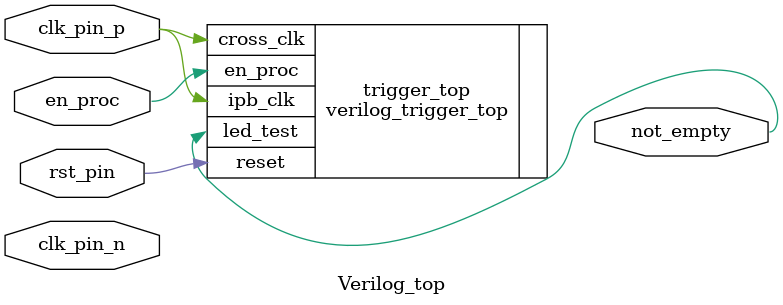
<source format=v>
`timescale 1ns / 1ps


module Verilog_top(
    input wire clk_pin_p,
    input wire clk_pin_n,
    input wire rst_pin,
    input wire en_proc,
    output wire not_empty
    );
    
    wire clk;
    wire locked;
    //wire en_proc;
    /*
    clk_wiz_0 clock_gen(
       .clk_pin_p          (clk_pin_p), 
        .clk_pin_n          (clk_pin_n), 
        .clk_rx             (clk),
        .reset              (rst_pin),
        .locked             (locked)
    );
    */
   
    verilog_trigger_top trigger_top(
        .cross_clk(clk_pin_p),
        .ipb_clk(clk_pin_p),
        .reset(rst_pin),
        .en_proc(en_proc),
        .led_test(not_empty)
    );
    
    
endmodule

</source>
